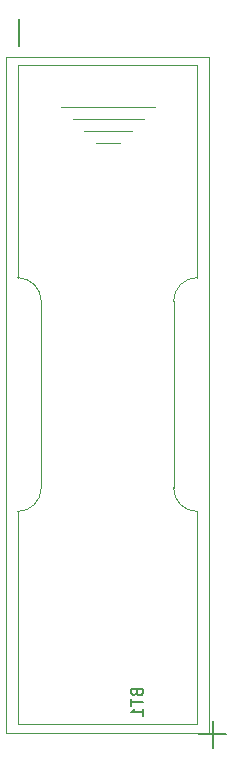
<source format=gbr>
G04 #@! TF.GenerationSoftware,KiCad,Pcbnew,(5.1.9)-1*
G04 #@! TF.CreationDate,2021-03-01T14:13:03+01:00*
G04 #@! TF.ProjectId,button v2_1 - AA [TPL5110],62757474-6f6e-4207-9632-5f31202d2041,rev?*
G04 #@! TF.SameCoordinates,Original*
G04 #@! TF.FileFunction,Legend,Bot*
G04 #@! TF.FilePolarity,Positive*
%FSLAX46Y46*%
G04 Gerber Fmt 4.6, Leading zero omitted, Abs format (unit mm)*
G04 Created by KiCad (PCBNEW (5.1.9)-1) date 2021-03-01 14:13:03*
%MOMM*%
%LPD*%
G01*
G04 APERTURE LIST*
%ADD10C,0.120000*%
%ADD11C,0.150000*%
G04 APERTURE END LIST*
D10*
G04 #@! TO.C,BT1*
X121400000Y-75630000D02*
X121400000Y-91430000D01*
X132600000Y-91430000D02*
X132600000Y-75630000D01*
X119400000Y-73630000D02*
X119400000Y-55630000D01*
X134600000Y-73630000D02*
X134600000Y-55630000D01*
X134600000Y-111430000D02*
X134600000Y-93430000D01*
X134600000Y-55630000D02*
X119400000Y-55630000D01*
X119400000Y-111430000D02*
X119400000Y-93430000D01*
X134600000Y-111430000D02*
X119400000Y-111430000D01*
X135565000Y-112150000D02*
X135565000Y-54910000D01*
X118435000Y-112150000D02*
X135565000Y-112150000D01*
X118435000Y-54910000D02*
X118435000Y-112150000D01*
X135565000Y-54910000D02*
X118435000Y-54910000D01*
X128060000Y-62220000D02*
X126060000Y-62220000D01*
X131060000Y-59220000D02*
X123060000Y-59220000D01*
X124060000Y-60220000D02*
X130060000Y-60220000D01*
X129060000Y-61220000D02*
X125060000Y-61220000D01*
X119400000Y-93430000D02*
G75*
G03*
X121400000Y-91430000I0J2000000D01*
G01*
X121400000Y-75630000D02*
G75*
G03*
X119400000Y-73630000I-2000000J0D01*
G01*
X134600000Y-73630000D02*
G75*
G03*
X132600000Y-75630000I0J-2000000D01*
G01*
X132600000Y-91430000D02*
G75*
G03*
X134600000Y-93430000I2000000J0D01*
G01*
D11*
X129468571Y-108764285D02*
X129516190Y-108907142D01*
X129563809Y-108954761D01*
X129659047Y-109002380D01*
X129801904Y-109002380D01*
X129897142Y-108954761D01*
X129944761Y-108907142D01*
X129992380Y-108811904D01*
X129992380Y-108430952D01*
X128992380Y-108430952D01*
X128992380Y-108764285D01*
X129040000Y-108859523D01*
X129087619Y-108907142D01*
X129182857Y-108954761D01*
X129278095Y-108954761D01*
X129373333Y-108907142D01*
X129420952Y-108859523D01*
X129468571Y-108764285D01*
X129468571Y-108430952D01*
X128992380Y-109288095D02*
X128992380Y-109859523D01*
X129992380Y-109573809D02*
X128992380Y-109573809D01*
X129992380Y-110716666D02*
X129992380Y-110145238D01*
X129992380Y-110430952D02*
X128992380Y-110430952D01*
X129135238Y-110335714D01*
X129230476Y-110240476D01*
X129278095Y-110145238D01*
X135904285Y-111157142D02*
X135904285Y-113442857D01*
X137047142Y-112300000D02*
X134761428Y-112300000D01*
X119534285Y-51767142D02*
X119534285Y-54052857D01*
G04 #@! TD*
M02*

</source>
